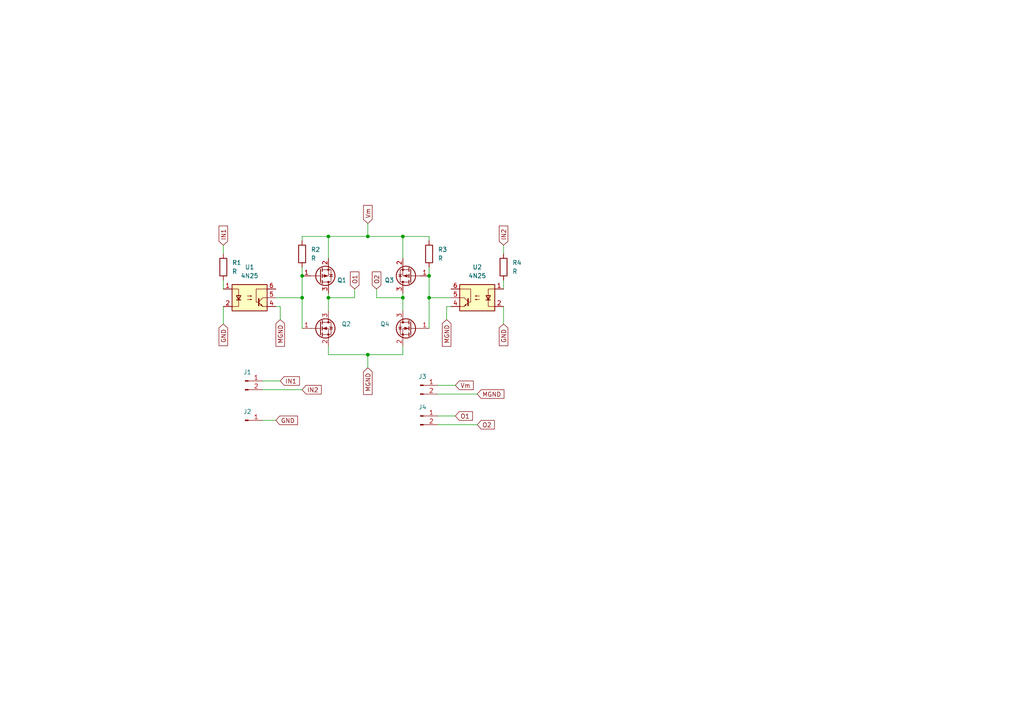
<source format=kicad_sch>
(kicad_sch (version 20211123) (generator eeschema)

  (uuid 7d2b10cf-1a92-41a5-85ab-2a9674cf7d42)

  (paper "A4")

  (lib_symbols
    (symbol "Connector:Conn_01x01_Male" (pin_names (offset 1.016) hide) (in_bom yes) (on_board yes)
      (property "Reference" "J" (id 0) (at 0 2.54 0)
        (effects (font (size 1.27 1.27)))
      )
      (property "Value" "Conn_01x01_Male" (id 1) (at 0 -2.54 0)
        (effects (font (size 1.27 1.27)))
      )
      (property "Footprint" "" (id 2) (at 0 0 0)
        (effects (font (size 1.27 1.27)) hide)
      )
      (property "Datasheet" "~" (id 3) (at 0 0 0)
        (effects (font (size 1.27 1.27)) hide)
      )
      (property "ki_keywords" "connector" (id 4) (at 0 0 0)
        (effects (font (size 1.27 1.27)) hide)
      )
      (property "ki_description" "Generic connector, single row, 01x01, script generated (kicad-library-utils/schlib/autogen/connector/)" (id 5) (at 0 0 0)
        (effects (font (size 1.27 1.27)) hide)
      )
      (property "ki_fp_filters" "Connector*:*" (id 6) (at 0 0 0)
        (effects (font (size 1.27 1.27)) hide)
      )
      (symbol "Conn_01x01_Male_1_1"
        (polyline
          (pts
            (xy 1.27 0)
            (xy 0.8636 0)
          )
          (stroke (width 0.1524) (type default) (color 0 0 0 0))
          (fill (type none))
        )
        (rectangle (start 0.8636 0.127) (end 0 -0.127)
          (stroke (width 0.1524) (type default) (color 0 0 0 0))
          (fill (type outline))
        )
        (pin passive line (at 5.08 0 180) (length 3.81)
          (name "Pin_1" (effects (font (size 1.27 1.27))))
          (number "1" (effects (font (size 1.27 1.27))))
        )
      )
    )
    (symbol "Connector:Conn_01x02_Male" (pin_names (offset 1.016) hide) (in_bom yes) (on_board yes)
      (property "Reference" "J" (id 0) (at 0 2.54 0)
        (effects (font (size 1.27 1.27)))
      )
      (property "Value" "Conn_01x02_Male" (id 1) (at 0 -5.08 0)
        (effects (font (size 1.27 1.27)))
      )
      (property "Footprint" "" (id 2) (at 0 0 0)
        (effects (font (size 1.27 1.27)) hide)
      )
      (property "Datasheet" "~" (id 3) (at 0 0 0)
        (effects (font (size 1.27 1.27)) hide)
      )
      (property "ki_keywords" "connector" (id 4) (at 0 0 0)
        (effects (font (size 1.27 1.27)) hide)
      )
      (property "ki_description" "Generic connector, single row, 01x02, script generated (kicad-library-utils/schlib/autogen/connector/)" (id 5) (at 0 0 0)
        (effects (font (size 1.27 1.27)) hide)
      )
      (property "ki_fp_filters" "Connector*:*_1x??_*" (id 6) (at 0 0 0)
        (effects (font (size 1.27 1.27)) hide)
      )
      (symbol "Conn_01x02_Male_1_1"
        (polyline
          (pts
            (xy 1.27 -2.54)
            (xy 0.8636 -2.54)
          )
          (stroke (width 0.1524) (type default) (color 0 0 0 0))
          (fill (type none))
        )
        (polyline
          (pts
            (xy 1.27 0)
            (xy 0.8636 0)
          )
          (stroke (width 0.1524) (type default) (color 0 0 0 0))
          (fill (type none))
        )
        (rectangle (start 0.8636 -2.413) (end 0 -2.667)
          (stroke (width 0.1524) (type default) (color 0 0 0 0))
          (fill (type outline))
        )
        (rectangle (start 0.8636 0.127) (end 0 -0.127)
          (stroke (width 0.1524) (type default) (color 0 0 0 0))
          (fill (type outline))
        )
        (pin passive line (at 5.08 0 180) (length 3.81)
          (name "Pin_1" (effects (font (size 1.27 1.27))))
          (number "1" (effects (font (size 1.27 1.27))))
        )
        (pin passive line (at 5.08 -2.54 180) (length 3.81)
          (name "Pin_2" (effects (font (size 1.27 1.27))))
          (number "2" (effects (font (size 1.27 1.27))))
        )
      )
    )
    (symbol "Device:R" (pin_numbers hide) (pin_names (offset 0)) (in_bom yes) (on_board yes)
      (property "Reference" "R" (id 0) (at 2.032 0 90)
        (effects (font (size 1.27 1.27)))
      )
      (property "Value" "R" (id 1) (at 0 0 90)
        (effects (font (size 1.27 1.27)))
      )
      (property "Footprint" "" (id 2) (at -1.778 0 90)
        (effects (font (size 1.27 1.27)) hide)
      )
      (property "Datasheet" "~" (id 3) (at 0 0 0)
        (effects (font (size 1.27 1.27)) hide)
      )
      (property "ki_keywords" "R res resistor" (id 4) (at 0 0 0)
        (effects (font (size 1.27 1.27)) hide)
      )
      (property "ki_description" "Resistor" (id 5) (at 0 0 0)
        (effects (font (size 1.27 1.27)) hide)
      )
      (property "ki_fp_filters" "R_*" (id 6) (at 0 0 0)
        (effects (font (size 1.27 1.27)) hide)
      )
      (symbol "R_0_1"
        (rectangle (start -1.016 -2.54) (end 1.016 2.54)
          (stroke (width 0.254) (type default) (color 0 0 0 0))
          (fill (type none))
        )
      )
      (symbol "R_1_1"
        (pin passive line (at 0 3.81 270) (length 1.27)
          (name "~" (effects (font (size 1.27 1.27))))
          (number "1" (effects (font (size 1.27 1.27))))
        )
        (pin passive line (at 0 -3.81 90) (length 1.27)
          (name "~" (effects (font (size 1.27 1.27))))
          (number "2" (effects (font (size 1.27 1.27))))
        )
      )
    )
    (symbol "Isolator:4N25" (pin_names (offset 1.016)) (in_bom yes) (on_board yes)
      (property "Reference" "U" (id 0) (at -5.08 5.08 0)
        (effects (font (size 1.27 1.27)) (justify left))
      )
      (property "Value" "4N25" (id 1) (at 0 5.08 0)
        (effects (font (size 1.27 1.27)) (justify left))
      )
      (property "Footprint" "Package_DIP:DIP-6_W7.62mm" (id 2) (at -5.08 -5.08 0)
        (effects (font (size 1.27 1.27) italic) (justify left) hide)
      )
      (property "Datasheet" "https://www.vishay.com/docs/83725/4n25.pdf" (id 3) (at 0 0 0)
        (effects (font (size 1.27 1.27)) (justify left) hide)
      )
      (property "ki_keywords" "NPN DC Optocoupler Base Connected" (id 4) (at 0 0 0)
        (effects (font (size 1.27 1.27)) hide)
      )
      (property "ki_description" "DC Optocoupler Base Connected, Vce 30V, CTR 20%, Viso 2500V, DIP6" (id 5) (at 0 0 0)
        (effects (font (size 1.27 1.27)) hide)
      )
      (property "ki_fp_filters" "DIP*W7.62mm*" (id 6) (at 0 0 0)
        (effects (font (size 1.27 1.27)) hide)
      )
      (symbol "4N25_0_1"
        (rectangle (start -5.08 3.81) (end 5.08 -3.81)
          (stroke (width 0.254) (type default) (color 0 0 0 0))
          (fill (type background))
        )
        (polyline
          (pts
            (xy -3.81 -0.635)
            (xy -2.54 -0.635)
          )
          (stroke (width 0.254) (type default) (color 0 0 0 0))
          (fill (type none))
        )
        (polyline
          (pts
            (xy 2.667 -1.397)
            (xy 3.81 -2.54)
          )
          (stroke (width 0) (type default) (color 0 0 0 0))
          (fill (type none))
        )
        (polyline
          (pts
            (xy 2.667 -1.143)
            (xy 3.81 0)
          )
          (stroke (width 0) (type default) (color 0 0 0 0))
          (fill (type none))
        )
        (polyline
          (pts
            (xy 3.81 -2.54)
            (xy 5.08 -2.54)
          )
          (stroke (width 0) (type default) (color 0 0 0 0))
          (fill (type none))
        )
        (polyline
          (pts
            (xy 3.81 0)
            (xy 5.08 0)
          )
          (stroke (width 0) (type default) (color 0 0 0 0))
          (fill (type none))
        )
        (polyline
          (pts
            (xy 2.667 -0.254)
            (xy 2.667 -2.286)
            (xy 2.667 -2.286)
          )
          (stroke (width 0.3556) (type default) (color 0 0 0 0))
          (fill (type none))
        )
        (polyline
          (pts
            (xy -5.08 -2.54)
            (xy -3.175 -2.54)
            (xy -3.175 2.54)
            (xy -5.08 2.54)
          )
          (stroke (width 0) (type default) (color 0 0 0 0))
          (fill (type none))
        )
        (polyline
          (pts
            (xy -3.175 -0.635)
            (xy -3.81 0.635)
            (xy -2.54 0.635)
            (xy -3.175 -0.635)
          )
          (stroke (width 0.254) (type default) (color 0 0 0 0))
          (fill (type none))
        )
        (polyline
          (pts
            (xy 3.683 -2.413)
            (xy 3.429 -1.905)
            (xy 3.175 -2.159)
            (xy 3.683 -2.413)
          )
          (stroke (width 0) (type default) (color 0 0 0 0))
          (fill (type none))
        )
        (polyline
          (pts
            (xy 5.08 2.54)
            (xy 1.905 2.54)
            (xy 1.905 -1.27)
            (xy 2.54 -1.27)
          )
          (stroke (width 0) (type default) (color 0 0 0 0))
          (fill (type none))
        )
        (polyline
          (pts
            (xy -0.635 -0.508)
            (xy 0.635 -0.508)
            (xy 0.254 -0.635)
            (xy 0.254 -0.381)
            (xy 0.635 -0.508)
          )
          (stroke (width 0) (type default) (color 0 0 0 0))
          (fill (type none))
        )
        (polyline
          (pts
            (xy -0.635 0.508)
            (xy 0.635 0.508)
            (xy 0.254 0.381)
            (xy 0.254 0.635)
            (xy 0.635 0.508)
          )
          (stroke (width 0) (type default) (color 0 0 0 0))
          (fill (type none))
        )
      )
      (symbol "4N25_1_1"
        (pin passive line (at -7.62 2.54 0) (length 2.54)
          (name "~" (effects (font (size 1.27 1.27))))
          (number "1" (effects (font (size 1.27 1.27))))
        )
        (pin passive line (at -7.62 -2.54 0) (length 2.54)
          (name "~" (effects (font (size 1.27 1.27))))
          (number "2" (effects (font (size 1.27 1.27))))
        )
        (pin no_connect line (at -5.08 0 0) (length 2.54) hide
          (name "NC" (effects (font (size 1.27 1.27))))
          (number "3" (effects (font (size 1.27 1.27))))
        )
        (pin passive line (at 7.62 -2.54 180) (length 2.54)
          (name "~" (effects (font (size 1.27 1.27))))
          (number "4" (effects (font (size 1.27 1.27))))
        )
        (pin passive line (at 7.62 0 180) (length 2.54)
          (name "~" (effects (font (size 1.27 1.27))))
          (number "5" (effects (font (size 1.27 1.27))))
        )
        (pin passive line (at 7.62 2.54 180) (length 2.54)
          (name "~" (effects (font (size 1.27 1.27))))
          (number "6" (effects (font (size 1.27 1.27))))
        )
      )
    )
    (symbol "Transistor_FET:AO3401A" (pin_names hide) (in_bom yes) (on_board yes)
      (property "Reference" "Q" (id 0) (at 5.08 1.905 0)
        (effects (font (size 1.27 1.27)) (justify left))
      )
      (property "Value" "AO3401A" (id 1) (at 5.08 0 0)
        (effects (font (size 1.27 1.27)) (justify left))
      )
      (property "Footprint" "Package_TO_SOT_SMD:SOT-23" (id 2) (at 5.08 -1.905 0)
        (effects (font (size 1.27 1.27) italic) (justify left) hide)
      )
      (property "Datasheet" "http://www.aosmd.com/pdfs/datasheet/AO3401A.pdf" (id 3) (at 0 0 0)
        (effects (font (size 1.27 1.27)) (justify left) hide)
      )
      (property "ki_keywords" "P-Channel MOSFET" (id 4) (at 0 0 0)
        (effects (font (size 1.27 1.27)) hide)
      )
      (property "ki_description" "-4.0A Id, -30V Vds, P-Channel MOSFET, SOT-23" (id 5) (at 0 0 0)
        (effects (font (size 1.27 1.27)) hide)
      )
      (property "ki_fp_filters" "SOT?23*" (id 6) (at 0 0 0)
        (effects (font (size 1.27 1.27)) hide)
      )
      (symbol "AO3401A_0_1"
        (polyline
          (pts
            (xy 0.254 0)
            (xy -2.54 0)
          )
          (stroke (width 0) (type default) (color 0 0 0 0))
          (fill (type none))
        )
        (polyline
          (pts
            (xy 0.254 1.905)
            (xy 0.254 -1.905)
          )
          (stroke (width 0.254) (type default) (color 0 0 0 0))
          (fill (type none))
        )
        (polyline
          (pts
            (xy 0.762 -1.27)
            (xy 0.762 -2.286)
          )
          (stroke (width 0.254) (type default) (color 0 0 0 0))
          (fill (type none))
        )
        (polyline
          (pts
            (xy 0.762 0.508)
            (xy 0.762 -0.508)
          )
          (stroke (width 0.254) (type default) (color 0 0 0 0))
          (fill (type none))
        )
        (polyline
          (pts
            (xy 0.762 2.286)
            (xy 0.762 1.27)
          )
          (stroke (width 0.254) (type default) (color 0 0 0 0))
          (fill (type none))
        )
        (polyline
          (pts
            (xy 2.54 2.54)
            (xy 2.54 1.778)
          )
          (stroke (width 0) (type default) (color 0 0 0 0))
          (fill (type none))
        )
        (polyline
          (pts
            (xy 2.54 -2.54)
            (xy 2.54 0)
            (xy 0.762 0)
          )
          (stroke (width 0) (type default) (color 0 0 0 0))
          (fill (type none))
        )
        (polyline
          (pts
            (xy 0.762 1.778)
            (xy 3.302 1.778)
            (xy 3.302 -1.778)
            (xy 0.762 -1.778)
          )
          (stroke (width 0) (type default) (color 0 0 0 0))
          (fill (type none))
        )
        (polyline
          (pts
            (xy 2.286 0)
            (xy 1.27 0.381)
            (xy 1.27 -0.381)
            (xy 2.286 0)
          )
          (stroke (width 0) (type default) (color 0 0 0 0))
          (fill (type outline))
        )
        (polyline
          (pts
            (xy 2.794 -0.508)
            (xy 2.921 -0.381)
            (xy 3.683 -0.381)
            (xy 3.81 -0.254)
          )
          (stroke (width 0) (type default) (color 0 0 0 0))
          (fill (type none))
        )
        (polyline
          (pts
            (xy 3.302 -0.381)
            (xy 2.921 0.254)
            (xy 3.683 0.254)
            (xy 3.302 -0.381)
          )
          (stroke (width 0) (type default) (color 0 0 0 0))
          (fill (type none))
        )
        (circle (center 1.651 0) (radius 2.794)
          (stroke (width 0.254) (type default) (color 0 0 0 0))
          (fill (type none))
        )
        (circle (center 2.54 -1.778) (radius 0.254)
          (stroke (width 0) (type default) (color 0 0 0 0))
          (fill (type outline))
        )
        (circle (center 2.54 1.778) (radius 0.254)
          (stroke (width 0) (type default) (color 0 0 0 0))
          (fill (type outline))
        )
      )
      (symbol "AO3401A_1_1"
        (pin input line (at -5.08 0 0) (length 2.54)
          (name "G" (effects (font (size 1.27 1.27))))
          (number "1" (effects (font (size 1.27 1.27))))
        )
        (pin passive line (at 2.54 -5.08 90) (length 2.54)
          (name "S" (effects (font (size 1.27 1.27))))
          (number "2" (effects (font (size 1.27 1.27))))
        )
        (pin passive line (at 2.54 5.08 270) (length 2.54)
          (name "D" (effects (font (size 1.27 1.27))))
          (number "3" (effects (font (size 1.27 1.27))))
        )
      )
    )
    (symbol "Transistor_FET:IRLML0030" (pin_names hide) (in_bom yes) (on_board yes)
      (property "Reference" "Q" (id 0) (at 5.08 1.905 0)
        (effects (font (size 1.27 1.27)) (justify left))
      )
      (property "Value" "IRLML0030" (id 1) (at 5.08 0 0)
        (effects (font (size 1.27 1.27)) (justify left))
      )
      (property "Footprint" "Package_TO_SOT_SMD:SOT-23" (id 2) (at 5.08 -1.905 0)
        (effects (font (size 1.27 1.27) italic) (justify left) hide)
      )
      (property "Datasheet" "https://www.infineon.com/dgdl/irlml0030pbf.pdf?fileId=5546d462533600a401535664773825df" (id 3) (at 0 0 0)
        (effects (font (size 1.27 1.27)) (justify left) hide)
      )
      (property "ki_keywords" "N-Channel HEXFET MOSFET Logic-Level" (id 4) (at 0 0 0)
        (effects (font (size 1.27 1.27)) hide)
      )
      (property "ki_description" "5.3A Id, 30V Vds, 27mOhm Rds, N-Channel HEXFET Power MOSFET, SOT-23" (id 5) (at 0 0 0)
        (effects (font (size 1.27 1.27)) hide)
      )
      (property "ki_fp_filters" "SOT?23*" (id 6) (at 0 0 0)
        (effects (font (size 1.27 1.27)) hide)
      )
      (symbol "IRLML0030_0_1"
        (polyline
          (pts
            (xy 0.254 0)
            (xy -2.54 0)
          )
          (stroke (width 0) (type default) (color 0 0 0 0))
          (fill (type none))
        )
        (polyline
          (pts
            (xy 0.254 1.905)
            (xy 0.254 -1.905)
          )
          (stroke (width 0.254) (type default) (color 0 0 0 0))
          (fill (type none))
        )
        (polyline
          (pts
            (xy 0.762 -1.27)
            (xy 0.762 -2.286)
          )
          (stroke (width 0.254) (type default) (color 0 0 0 0))
          (fill (type none))
        )
        (polyline
          (pts
            (xy 0.762 0.508)
            (xy 0.762 -0.508)
          )
          (stroke (width 0.254) (type default) (color 0 0 0 0))
          (fill (type none))
        )
        (polyline
          (pts
            (xy 0.762 2.286)
            (xy 0.762 1.27)
          )
          (stroke (width 0.254) (type default) (color 0 0 0 0))
          (fill (type none))
        )
        (polyline
          (pts
            (xy 2.54 2.54)
            (xy 2.54 1.778)
          )
          (stroke (width 0) (type default) (color 0 0 0 0))
          (fill (type none))
        )
        (polyline
          (pts
            (xy 2.54 -2.54)
            (xy 2.54 0)
            (xy 0.762 0)
          )
          (stroke (width 0) (type default) (color 0 0 0 0))
          (fill (type none))
        )
        (polyline
          (pts
            (xy 0.762 -1.778)
            (xy 3.302 -1.778)
            (xy 3.302 1.778)
            (xy 0.762 1.778)
          )
          (stroke (width 0) (type default) (color 0 0 0 0))
          (fill (type none))
        )
        (polyline
          (pts
            (xy 1.016 0)
            (xy 2.032 0.381)
            (xy 2.032 -0.381)
            (xy 1.016 0)
          )
          (stroke (width 0) (type default) (color 0 0 0 0))
          (fill (type outline))
        )
        (polyline
          (pts
            (xy 2.794 0.508)
            (xy 2.921 0.381)
            (xy 3.683 0.381)
            (xy 3.81 0.254)
          )
          (stroke (width 0) (type default) (color 0 0 0 0))
          (fill (type none))
        )
        (polyline
          (pts
            (xy 3.302 0.381)
            (xy 2.921 -0.254)
            (xy 3.683 -0.254)
            (xy 3.302 0.381)
          )
          (stroke (width 0) (type default) (color 0 0 0 0))
          (fill (type none))
        )
        (circle (center 1.651 0) (radius 2.794)
          (stroke (width 0.254) (type default) (color 0 0 0 0))
          (fill (type none))
        )
        (circle (center 2.54 -1.778) (radius 0.254)
          (stroke (width 0) (type default) (color 0 0 0 0))
          (fill (type outline))
        )
        (circle (center 2.54 1.778) (radius 0.254)
          (stroke (width 0) (type default) (color 0 0 0 0))
          (fill (type outline))
        )
      )
      (symbol "IRLML0030_1_1"
        (pin input line (at -5.08 0 0) (length 2.54)
          (name "G" (effects (font (size 1.27 1.27))))
          (number "1" (effects (font (size 1.27 1.27))))
        )
        (pin passive line (at 2.54 -5.08 90) (length 2.54)
          (name "S" (effects (font (size 1.27 1.27))))
          (number "2" (effects (font (size 1.27 1.27))))
        )
        (pin passive line (at 2.54 5.08 270) (length 2.54)
          (name "D" (effects (font (size 1.27 1.27))))
          (number "3" (effects (font (size 1.27 1.27))))
        )
      )
    )
  )


  (junction (at 87.63 86.36) (diameter 0) (color 0 0 0 0)
    (uuid 0175446d-a4ce-4e88-a4c3-335f725a5083)
  )
  (junction (at 95.25 86.36) (diameter 0) (color 0 0 0 0)
    (uuid 038765b3-fccb-47c3-9dee-0ba84a7bb49f)
  )
  (junction (at 116.84 86.36) (diameter 0) (color 0 0 0 0)
    (uuid 42628786-dda4-4954-b2f2-82152cc7cded)
  )
  (junction (at 106.68 102.87) (diameter 0) (color 0 0 0 0)
    (uuid 4745fae6-a2e4-4ca7-a2a6-df290e767b82)
  )
  (junction (at 124.46 80.01) (diameter 0) (color 0 0 0 0)
    (uuid 93fbd1bf-3962-401b-828e-a5ea9fb84d13)
  )
  (junction (at 106.68 68.58) (diameter 0) (color 0 0 0 0)
    (uuid b695e862-43a1-4ac1-8b32-4a415e70f63b)
  )
  (junction (at 124.46 86.36) (diameter 0) (color 0 0 0 0)
    (uuid be2d6b86-2396-4adb-b64f-96283b7d1a66)
  )
  (junction (at 95.25 68.58) (diameter 0) (color 0 0 0 0)
    (uuid d7a3397c-cf55-48f9-82b7-8ebca524b303)
  )
  (junction (at 87.63 80.01) (diameter 0) (color 0 0 0 0)
    (uuid f4628d83-d375-47ae-859c-2a62f4a62963)
  )
  (junction (at 116.84 68.58) (diameter 0) (color 0 0 0 0)
    (uuid f748a631-5281-46b1-8d7c-fc6a0dc4ca4d)
  )

  (wire (pts (xy 102.87 86.36) (xy 95.25 86.36))
    (stroke (width 0) (type default) (color 0 0 0 0))
    (uuid 001ecfa4-443c-48da-91a4-f79af973e31d)
  )
  (wire (pts (xy 106.68 102.87) (xy 106.68 106.68))
    (stroke (width 0) (type default) (color 0 0 0 0))
    (uuid 091f7bac-8347-4829-8e71-23cb69543175)
  )
  (wire (pts (xy 124.46 77.47) (xy 124.46 80.01))
    (stroke (width 0) (type default) (color 0 0 0 0))
    (uuid 0aa97f1b-4727-4573-a1c2-4e8499366a9e)
  )
  (wire (pts (xy 124.46 80.01) (xy 124.46 86.36))
    (stroke (width 0) (type default) (color 0 0 0 0))
    (uuid 0de78d41-d08e-447b-814a-9d2e4661ae28)
  )
  (wire (pts (xy 76.2 113.03) (xy 87.63 113.03))
    (stroke (width 0) (type default) (color 0 0 0 0))
    (uuid 0e291dc1-de0b-4bbc-b4bd-494db013bfbd)
  )
  (wire (pts (xy 124.46 86.36) (xy 130.81 86.36))
    (stroke (width 0) (type default) (color 0 0 0 0))
    (uuid 0eb5fdbc-87c3-4943-9840-31a4bd863baa)
  )
  (wire (pts (xy 64.77 81.28) (xy 64.77 83.82))
    (stroke (width 0) (type default) (color 0 0 0 0))
    (uuid 0fe0b2bc-e6a4-4438-aa6e-d49bfd101c37)
  )
  (wire (pts (xy 106.68 68.58) (xy 116.84 68.58))
    (stroke (width 0) (type default) (color 0 0 0 0))
    (uuid 15f12c09-a111-4fb9-9a95-ff55747f83c7)
  )
  (wire (pts (xy 109.22 83.82) (xy 109.22 86.36))
    (stroke (width 0) (type default) (color 0 0 0 0))
    (uuid 1e7b620f-26e0-4c26-9d38-35998fdf09d5)
  )
  (wire (pts (xy 116.84 102.87) (xy 116.84 100.33))
    (stroke (width 0) (type default) (color 0 0 0 0))
    (uuid 204ac5eb-bcdd-4e0d-9997-204c5365bf4d)
  )
  (wire (pts (xy 129.54 88.9) (xy 129.54 92.71))
    (stroke (width 0) (type default) (color 0 0 0 0))
    (uuid 210c3d26-dc86-4b34-a092-8d8fe1a95f14)
  )
  (wire (pts (xy 124.46 68.58) (xy 116.84 68.58))
    (stroke (width 0) (type default) (color 0 0 0 0))
    (uuid 25642ba7-fa7d-4203-a309-721b8f218576)
  )
  (wire (pts (xy 130.81 88.9) (xy 129.54 88.9))
    (stroke (width 0) (type default) (color 0 0 0 0))
    (uuid 2a64ab4d-7d93-483a-9297-4f5007add9b8)
  )
  (wire (pts (xy 95.25 100.33) (xy 95.25 102.87))
    (stroke (width 0) (type default) (color 0 0 0 0))
    (uuid 2f2bf961-04f0-4f1c-9794-7ebc87227397)
  )
  (wire (pts (xy 87.63 77.47) (xy 87.63 80.01))
    (stroke (width 0) (type default) (color 0 0 0 0))
    (uuid 3452dd3c-a8bb-469b-8771-bab784ac46d8)
  )
  (wire (pts (xy 95.25 102.87) (xy 106.68 102.87))
    (stroke (width 0) (type default) (color 0 0 0 0))
    (uuid 41e0e5d9-7b20-4d07-92a4-dc4a42d7aa7e)
  )
  (wire (pts (xy 146.05 88.9) (xy 146.05 93.98))
    (stroke (width 0) (type default) (color 0 0 0 0))
    (uuid 4360e5d5-ee0f-4e47-b360-ad6301945153)
  )
  (wire (pts (xy 124.46 86.36) (xy 124.46 95.25))
    (stroke (width 0) (type default) (color 0 0 0 0))
    (uuid 46be264d-4f25-4026-815e-0c678f38f05b)
  )
  (wire (pts (xy 95.25 68.58) (xy 106.68 68.58))
    (stroke (width 0) (type default) (color 0 0 0 0))
    (uuid 4929186f-34c1-4b05-83fb-8f6c3276bf84)
  )
  (wire (pts (xy 109.22 86.36) (xy 116.84 86.36))
    (stroke (width 0) (type default) (color 0 0 0 0))
    (uuid 4ac35f27-0656-4a03-9ce9-b0ca927f98e1)
  )
  (wire (pts (xy 95.25 85.09) (xy 95.25 86.36))
    (stroke (width 0) (type default) (color 0 0 0 0))
    (uuid 4ea7c1e7-a0d6-43a6-acb2-fddd45cb05d5)
  )
  (wire (pts (xy 87.63 86.36) (xy 87.63 95.25))
    (stroke (width 0) (type default) (color 0 0 0 0))
    (uuid 515b5404-a2b7-4aab-ace5-596bbb7aec97)
  )
  (wire (pts (xy 81.28 88.9) (xy 81.28 92.71))
    (stroke (width 0) (type default) (color 0 0 0 0))
    (uuid 59bca5ed-2cfe-4037-a6f5-0648ea18287d)
  )
  (wire (pts (xy 80.01 86.36) (xy 87.63 86.36))
    (stroke (width 0) (type default) (color 0 0 0 0))
    (uuid 6fed237a-c082-4526-833a-18ef4bc45175)
  )
  (wire (pts (xy 127 120.65) (xy 132.08 120.65))
    (stroke (width 0) (type default) (color 0 0 0 0))
    (uuid 70a38b50-0387-447d-8b57-d2093b3f761e)
  )
  (wire (pts (xy 95.25 86.36) (xy 95.25 90.17))
    (stroke (width 0) (type default) (color 0 0 0 0))
    (uuid 7458560b-bc81-4141-abbb-46508baf9f84)
  )
  (wire (pts (xy 127 111.76) (xy 132.08 111.76))
    (stroke (width 0) (type default) (color 0 0 0 0))
    (uuid 7879fd01-d78c-49b2-a27c-dd6a1ba9314d)
  )
  (wire (pts (xy 106.68 102.87) (xy 116.84 102.87))
    (stroke (width 0) (type default) (color 0 0 0 0))
    (uuid 7bcf8173-a128-40f9-99c0-c3493d16602b)
  )
  (wire (pts (xy 124.46 69.85) (xy 124.46 68.58))
    (stroke (width 0) (type default) (color 0 0 0 0))
    (uuid 8a582982-c52e-4a3c-864c-80288bfce2df)
  )
  (wire (pts (xy 116.84 86.36) (xy 116.84 90.17))
    (stroke (width 0) (type default) (color 0 0 0 0))
    (uuid 8d7868fd-a0ad-46bb-825d-f599e6221bfe)
  )
  (wire (pts (xy 64.77 71.12) (xy 64.77 73.66))
    (stroke (width 0) (type default) (color 0 0 0 0))
    (uuid 8e41d53d-20ea-4180-8dba-c768a3ca0da0)
  )
  (wire (pts (xy 87.63 69.85) (xy 87.63 68.58))
    (stroke (width 0) (type default) (color 0 0 0 0))
    (uuid 8f05496a-0e79-4b3e-b357-0a3279d5cfba)
  )
  (wire (pts (xy 76.2 121.92) (xy 80.01 121.92))
    (stroke (width 0) (type default) (color 0 0 0 0))
    (uuid 8f149b16-4379-41cc-960f-f276685aac1b)
  )
  (wire (pts (xy 146.05 81.28) (xy 146.05 83.82))
    (stroke (width 0) (type default) (color 0 0 0 0))
    (uuid 9a5639e2-7fa6-45f3-acd8-d30f645f8560)
  )
  (wire (pts (xy 116.84 68.58) (xy 116.84 74.93))
    (stroke (width 0) (type default) (color 0 0 0 0))
    (uuid a2868105-e91b-4e7b-accf-432569e2f171)
  )
  (wire (pts (xy 127 123.19) (xy 138.43 123.19))
    (stroke (width 0) (type default) (color 0 0 0 0))
    (uuid ac061243-1958-4944-8561-9f1e2bba1904)
  )
  (wire (pts (xy 102.87 83.82) (xy 102.87 86.36))
    (stroke (width 0) (type default) (color 0 0 0 0))
    (uuid c02a8235-66f8-43e7-b901-f35f6f0eeb54)
  )
  (wire (pts (xy 76.2 110.49) (xy 81.28 110.49))
    (stroke (width 0) (type default) (color 0 0 0 0))
    (uuid c051de57-db37-4921-857d-7f3a2405f687)
  )
  (wire (pts (xy 80.01 88.9) (xy 81.28 88.9))
    (stroke (width 0) (type default) (color 0 0 0 0))
    (uuid c4be9603-3d2f-4b5d-bb3c-7a7ced253b23)
  )
  (wire (pts (xy 95.25 74.93) (xy 95.25 68.58))
    (stroke (width 0) (type default) (color 0 0 0 0))
    (uuid cadd7246-a010-4fed-b4c0-b40ad7366e5a)
  )
  (wire (pts (xy 127 114.3) (xy 138.43 114.3))
    (stroke (width 0) (type default) (color 0 0 0 0))
    (uuid cfb7f0f6-a749-4585-8edd-55885f187b9b)
  )
  (wire (pts (xy 64.77 88.9) (xy 64.77 93.98))
    (stroke (width 0) (type default) (color 0 0 0 0))
    (uuid d0ded03d-9820-449c-bfdb-a2f48e0609e7)
  )
  (wire (pts (xy 87.63 68.58) (xy 95.25 68.58))
    (stroke (width 0) (type default) (color 0 0 0 0))
    (uuid d3bc890f-989d-476f-85a1-6615a5bd7f1b)
  )
  (wire (pts (xy 87.63 80.01) (xy 87.63 86.36))
    (stroke (width 0) (type default) (color 0 0 0 0))
    (uuid da160f2a-47d9-459b-9d03-b846327c47fb)
  )
  (wire (pts (xy 106.68 64.77) (xy 106.68 68.58))
    (stroke (width 0) (type default) (color 0 0 0 0))
    (uuid e1dc01c2-a9be-4022-8229-15a80e2729ce)
  )
  (wire (pts (xy 116.84 85.09) (xy 116.84 86.36))
    (stroke (width 0) (type default) (color 0 0 0 0))
    (uuid e2d9b186-efeb-457f-9b20-fcb091791470)
  )
  (wire (pts (xy 146.05 71.12) (xy 146.05 73.66))
    (stroke (width 0) (type default) (color 0 0 0 0))
    (uuid e354b0e4-7caf-499b-a441-cad7220865ac)
  )

  (global_label "IN1" (shape input) (at 64.77 71.12 90) (fields_autoplaced)
    (effects (font (size 1.27 1.27)) (justify left))
    (uuid 131a021b-84d6-4abf-a8e9-9a00cb601926)
    (property "Intersheet References" "${INTERSHEET_REFS}" (id 0) (at 64.6906 65.5621 90)
      (effects (font (size 1.27 1.27)) (justify left) hide)
    )
  )
  (global_label "Vm" (shape input) (at 132.08 111.76 0) (fields_autoplaced)
    (effects (font (size 1.27 1.27)) (justify left))
    (uuid 22b2bcbb-5410-422b-947c-6009ba89896b)
    (property "Intersheet References" "${INTERSHEET_REFS}" (id 0) (at 137.275 111.6806 0)
      (effects (font (size 1.27 1.27)) (justify left) hide)
    )
  )
  (global_label "MGND" (shape input) (at 106.68 106.68 270) (fields_autoplaced)
    (effects (font (size 1.27 1.27)) (justify right))
    (uuid 261dfb97-f21d-415a-9456-b87f6318bdf9)
    (property "Intersheet References" "${INTERSHEET_REFS}" (id 0) (at 106.6006 114.415 90)
      (effects (font (size 1.27 1.27)) (justify right) hide)
    )
  )
  (global_label "MGND" (shape input) (at 129.54 92.71 270) (fields_autoplaced)
    (effects (font (size 1.27 1.27)) (justify right))
    (uuid 2a332558-30da-4a98-8450-878d42a92841)
    (property "Intersheet References" "${INTERSHEET_REFS}" (id 0) (at 129.4606 100.445 90)
      (effects (font (size 1.27 1.27)) (justify right) hide)
    )
  )
  (global_label "O1" (shape input) (at 102.87 83.82 90) (fields_autoplaced)
    (effects (font (size 1.27 1.27)) (justify left))
    (uuid 3e2f5de5-4408-43b6-9664-84935fb116e3)
    (property "Intersheet References" "${INTERSHEET_REFS}" (id 0) (at 102.7906 78.8669 90)
      (effects (font (size 1.27 1.27)) (justify left) hide)
    )
  )
  (global_label "O2" (shape input) (at 109.22 83.82 90) (fields_autoplaced)
    (effects (font (size 1.27 1.27)) (justify left))
    (uuid 6425d1c2-cc3a-4ef0-90ff-26251a896423)
    (property "Intersheet References" "${INTERSHEET_REFS}" (id 0) (at 109.1406 78.8669 90)
      (effects (font (size 1.27 1.27)) (justify left) hide)
    )
  )
  (global_label "GND" (shape input) (at 146.05 93.98 270) (fields_autoplaced)
    (effects (font (size 1.27 1.27)) (justify right))
    (uuid 7777aeec-eb12-42b3-bcff-02c6b57a38eb)
    (property "Intersheet References" "${INTERSHEET_REFS}" (id 0) (at 145.9706 100.2636 90)
      (effects (font (size 1.27 1.27)) (justify right) hide)
    )
  )
  (global_label "O2" (shape input) (at 138.43 123.19 0) (fields_autoplaced)
    (effects (font (size 1.27 1.27)) (justify left))
    (uuid 79637d6f-8a45-46e5-bdc7-21a063b1bb68)
    (property "Intersheet References" "${INTERSHEET_REFS}" (id 0) (at 143.3831 123.1106 0)
      (effects (font (size 1.27 1.27)) (justify left) hide)
    )
  )
  (global_label "Vm" (shape input) (at 106.68 64.77 90) (fields_autoplaced)
    (effects (font (size 1.27 1.27)) (justify left))
    (uuid 7f1fd442-c40b-4dcd-8b26-ef9b42281507)
    (property "Intersheet References" "${INTERSHEET_REFS}" (id 0) (at 106.6006 59.575 90)
      (effects (font (size 1.27 1.27)) (justify left) hide)
    )
  )
  (global_label "MGND" (shape input) (at 81.28 92.71 270) (fields_autoplaced)
    (effects (font (size 1.27 1.27)) (justify right))
    (uuid 92dbb097-c523-48d1-b2d3-5abfc2cd07dd)
    (property "Intersheet References" "${INTERSHEET_REFS}" (id 0) (at 81.2006 100.445 90)
      (effects (font (size 1.27 1.27)) (justify right) hide)
    )
  )
  (global_label "IN1" (shape input) (at 81.28 110.49 0) (fields_autoplaced)
    (effects (font (size 1.27 1.27)) (justify left))
    (uuid a1f34326-dbc0-4464-b814-cf0313e5c64c)
    (property "Intersheet References" "${INTERSHEET_REFS}" (id 0) (at 86.8379 110.4106 0)
      (effects (font (size 1.27 1.27)) (justify left) hide)
    )
  )
  (global_label "GND" (shape input) (at 64.77 93.98 270) (fields_autoplaced)
    (effects (font (size 1.27 1.27)) (justify right))
    (uuid a29e66a4-be58-4e62-bbab-d84e6e95ee09)
    (property "Intersheet References" "${INTERSHEET_REFS}" (id 0) (at 64.6906 100.2636 90)
      (effects (font (size 1.27 1.27)) (justify right) hide)
    )
  )
  (global_label "IN2" (shape input) (at 146.05 71.12 90) (fields_autoplaced)
    (effects (font (size 1.27 1.27)) (justify left))
    (uuid a6ce69f9-d4e1-404f-bdb6-bb18762458e8)
    (property "Intersheet References" "${INTERSHEET_REFS}" (id 0) (at 145.9706 65.5621 90)
      (effects (font (size 1.27 1.27)) (justify left) hide)
    )
  )
  (global_label "MGND" (shape input) (at 138.43 114.3 0) (fields_autoplaced)
    (effects (font (size 1.27 1.27)) (justify left))
    (uuid ae7c51e7-e412-49e0-9b4b-0ec0ecca6da6)
    (property "Intersheet References" "${INTERSHEET_REFS}" (id 0) (at 146.165 114.3794 0)
      (effects (font (size 1.27 1.27)) (justify left) hide)
    )
  )
  (global_label "GND" (shape input) (at 80.01 121.92 0) (fields_autoplaced)
    (effects (font (size 1.27 1.27)) (justify left))
    (uuid be9184e1-28a7-4943-bd7d-68f449a68b50)
    (property "Intersheet References" "${INTERSHEET_REFS}" (id 0) (at 86.2936 121.9994 0)
      (effects (font (size 1.27 1.27)) (justify left) hide)
    )
  )
  (global_label "IN2" (shape input) (at 87.63 113.03 0) (fields_autoplaced)
    (effects (font (size 1.27 1.27)) (justify left))
    (uuid e366511f-ec69-4aa1-9299-68976311079f)
    (property "Intersheet References" "${INTERSHEET_REFS}" (id 0) (at 93.1879 112.9506 0)
      (effects (font (size 1.27 1.27)) (justify left) hide)
    )
  )
  (global_label "O1" (shape input) (at 132.08 120.65 0) (fields_autoplaced)
    (effects (font (size 1.27 1.27)) (justify left))
    (uuid fc5981d8-7bdf-42b9-ab78-ba8b95b8e618)
    (property "Intersheet References" "${INTERSHEET_REFS}" (id 0) (at 137.0331 120.5706 0)
      (effects (font (size 1.27 1.27)) (justify left) hide)
    )
  )

  (symbol (lib_id "Transistor_FET:IRLML0030") (at 119.38 95.25 0) (mirror y) (unit 1)
    (in_bom yes) (on_board yes) (fields_autoplaced)
    (uuid 031a1098-b47d-436f-9f51-1c6fe251b18f)
    (property "Reference" "Q4" (id 0) (at 113.03 93.9799 0)
      (effects (font (size 1.27 1.27)) (justify left))
    )
    (property "Value" "IRLML0030" (id 1) (at 113.03 96.5199 0)
      (effects (font (size 1.27 1.27)) (justify left) hide)
    )
    (property "Footprint" "Package_TO_SOT_SMD:SOT-23" (id 2) (at 114.3 97.155 0)
      (effects (font (size 1.27 1.27) italic) (justify left) hide)
    )
    (property "Datasheet" "https://www.infineon.com/dgdl/irlml0030pbf.pdf?fileId=5546d462533600a401535664773825df" (id 3) (at 119.38 95.25 0)
      (effects (font (size 1.27 1.27)) (justify left) hide)
    )
    (pin "1" (uuid 3e5c3ad1-7738-4157-9d39-34e77e6c341b))
    (pin "2" (uuid 72ccab72-77f4-4a3e-8010-8aca332f3b7b))
    (pin "3" (uuid f5d8d9a9-3e7c-467b-9fb6-b2cf6e182450))
  )

  (symbol (lib_id "Device:R") (at 124.46 73.66 0) (unit 1)
    (in_bom yes) (on_board yes) (fields_autoplaced)
    (uuid 248edcee-072f-41dc-98a8-a7aae1de0222)
    (property "Reference" "R3" (id 0) (at 127 72.3899 0)
      (effects (font (size 1.27 1.27)) (justify left))
    )
    (property "Value" "R" (id 1) (at 127 74.9299 0)
      (effects (font (size 1.27 1.27)) (justify left))
    )
    (property "Footprint" "Resistor_SMD:R_0805_2012Metric_Pad1.20x1.40mm_HandSolder" (id 2) (at 122.682 73.66 90)
      (effects (font (size 1.27 1.27)) hide)
    )
    (property "Datasheet" "~" (id 3) (at 124.46 73.66 0)
      (effects (font (size 1.27 1.27)) hide)
    )
    (pin "1" (uuid 760e5931-d3e2-4a3a-bf2e-ddedccc9d179))
    (pin "2" (uuid 815a21e3-82de-4899-9e47-2473ee76fd04))
  )

  (symbol (lib_id "Connector:Conn_01x02_Male") (at 71.12 110.49 0) (unit 1)
    (in_bom yes) (on_board yes) (fields_autoplaced)
    (uuid 264aeb8b-2daa-4226-9013-7d6fafefba56)
    (property "Reference" "J1" (id 0) (at 71.755 107.95 0))
    (property "Value" "Conn_01x02_Male" (id 1) (at 71.755 107.95 0)
      (effects (font (size 1.27 1.27)) hide)
    )
    (property "Footprint" "Connector_PinHeader_2.54mm:PinHeader_1x02_P2.54mm_Vertical" (id 2) (at 71.12 110.49 0)
      (effects (font (size 1.27 1.27)) hide)
    )
    (property "Datasheet" "~" (id 3) (at 71.12 110.49 0)
      (effects (font (size 1.27 1.27)) hide)
    )
    (pin "1" (uuid db8dafdb-ac80-4afd-9009-226767fc03d3))
    (pin "2" (uuid b862adb4-6f2b-4006-9d3f-3d21c4da41ac))
  )

  (symbol (lib_id "Connector:Conn_01x01_Male") (at 71.12 121.92 0) (unit 1)
    (in_bom yes) (on_board yes) (fields_autoplaced)
    (uuid 309ee7e6-3e5e-49f9-a6fd-d52fdf375082)
    (property "Reference" "J2" (id 0) (at 71.755 119.38 0))
    (property "Value" "Conn_01x01_Male" (id 1) (at 71.755 119.38 0)
      (effects (font (size 1.27 1.27)) hide)
    )
    (property "Footprint" "Connector_PinHeader_2.54mm:PinHeader_1x01_P2.54mm_Vertical" (id 2) (at 71.12 121.92 0)
      (effects (font (size 1.27 1.27)) hide)
    )
    (property "Datasheet" "~" (id 3) (at 71.12 121.92 0)
      (effects (font (size 1.27 1.27)) hide)
    )
    (pin "1" (uuid 11edd932-43b0-47ce-a6f4-45ddf06cbb75))
  )

  (symbol (lib_id "Isolator:4N25") (at 72.39 86.36 0) (unit 1)
    (in_bom yes) (on_board yes) (fields_autoplaced)
    (uuid 3d49d523-36de-484b-a8a9-7a96a51d654c)
    (property "Reference" "U1" (id 0) (at 72.39 77.47 0))
    (property "Value" "4N25" (id 1) (at 72.39 80.01 0))
    (property "Footprint" "Package_DIP:DIP-6_W7.62mm" (id 2) (at 67.31 91.44 0)
      (effects (font (size 1.27 1.27) italic) (justify left) hide)
    )
    (property "Datasheet" "https://www.vishay.com/docs/83725/4n25.pdf" (id 3) (at 72.39 86.36 0)
      (effects (font (size 1.27 1.27)) (justify left) hide)
    )
    (pin "1" (uuid a871bf26-f5f6-4e1b-aea9-c7c72e0da0ad))
    (pin "2" (uuid 3ab0dcd3-f506-4bff-823f-c293352fab1d))
    (pin "3" (uuid b49be4ed-8602-4760-b067-7314f3526772))
    (pin "4" (uuid c9462b1a-9f2f-49c6-8725-f18aff10bf8b))
    (pin "5" (uuid 86dd963a-018a-4343-be8a-43a7407d691a))
    (pin "6" (uuid c462ba5b-bbe1-40fb-9ea6-04685adfc4dd))
  )

  (symbol (lib_id "Device:R") (at 64.77 77.47 0) (unit 1)
    (in_bom yes) (on_board yes) (fields_autoplaced)
    (uuid 45c017aa-b268-4029-a335-67324069e880)
    (property "Reference" "R1" (id 0) (at 67.31 76.1999 0)
      (effects (font (size 1.27 1.27)) (justify left))
    )
    (property "Value" "R" (id 1) (at 67.31 78.7399 0)
      (effects (font (size 1.27 1.27)) (justify left))
    )
    (property "Footprint" "Resistor_SMD:R_0805_2012Metric_Pad1.20x1.40mm_HandSolder" (id 2) (at 62.992 77.47 90)
      (effects (font (size 1.27 1.27)) hide)
    )
    (property "Datasheet" "~" (id 3) (at 64.77 77.47 0)
      (effects (font (size 1.27 1.27)) hide)
    )
    (pin "1" (uuid c71e92f9-d1e7-4d36-988d-f6bef1349559))
    (pin "2" (uuid 077409ad-5f89-47e8-b6f7-8b2f382e7776))
  )

  (symbol (lib_id "Device:R") (at 87.63 73.66 0) (unit 1)
    (in_bom yes) (on_board yes) (fields_autoplaced)
    (uuid 6ef2e395-3f67-4a2e-9945-d9e0c764553b)
    (property "Reference" "R2" (id 0) (at 90.17 72.3899 0)
      (effects (font (size 1.27 1.27)) (justify left))
    )
    (property "Value" "R" (id 1) (at 90.17 74.9299 0)
      (effects (font (size 1.27 1.27)) (justify left))
    )
    (property "Footprint" "Resistor_SMD:R_0805_2012Metric_Pad1.20x1.40mm_HandSolder" (id 2) (at 85.852 73.66 90)
      (effects (font (size 1.27 1.27)) hide)
    )
    (property "Datasheet" "~" (id 3) (at 87.63 73.66 0)
      (effects (font (size 1.27 1.27)) hide)
    )
    (pin "1" (uuid 1033ddb1-b091-4dc7-a695-d02ea536bf27))
    (pin "2" (uuid 6f7351c3-065d-4e45-9d4c-f8cf9f833a99))
  )

  (symbol (lib_id "Isolator:4N25") (at 138.43 86.36 0) (mirror y) (unit 1)
    (in_bom yes) (on_board yes) (fields_autoplaced)
    (uuid 7fcdb91c-24f0-4c35-b7bc-58d375ee5d2b)
    (property "Reference" "U2" (id 0) (at 138.43 77.47 0))
    (property "Value" "4N25" (id 1) (at 138.43 80.01 0))
    (property "Footprint" "Package_DIP:DIP-6_W7.62mm" (id 2) (at 143.51 91.44 0)
      (effects (font (size 1.27 1.27) italic) (justify left) hide)
    )
    (property "Datasheet" "https://www.vishay.com/docs/83725/4n25.pdf" (id 3) (at 138.43 86.36 0)
      (effects (font (size 1.27 1.27)) (justify left) hide)
    )
    (pin "1" (uuid d43e5367-d275-4ed7-b6eb-054aab6c1131))
    (pin "2" (uuid 7ef8894e-2915-45ae-9a7a-207a4844f19b))
    (pin "3" (uuid a44b1d91-876e-4061-825c-6e3d896090c0))
    (pin "4" (uuid 8d903e71-00a6-42f6-a937-da827fe044e5))
    (pin "5" (uuid dd245536-85ba-4a2c-b0b5-8b01274878f8))
    (pin "6" (uuid baee58c6-54b7-48c6-b24a-1c615dc62ca4))
  )

  (symbol (lib_id "Transistor_FET:AO3401A") (at 92.71 80.01 0) (mirror x) (unit 1)
    (in_bom yes) (on_board yes)
    (uuid 8c41f427-df66-4efa-902c-116e890712fd)
    (property "Reference" "Q1" (id 0) (at 97.79 81.28 0)
      (effects (font (size 1.27 1.27)) (justify left))
    )
    (property "Value" "AO3401A" (id 1) (at 97.79 78.74 0)
      (effects (font (size 1.27 1.27)) (justify left) hide)
    )
    (property "Footprint" "Package_TO_SOT_SMD:SOT-23" (id 2) (at 97.79 78.105 0)
      (effects (font (size 1.27 1.27) italic) (justify left) hide)
    )
    (property "Datasheet" "http://www.aosmd.com/pdfs/datasheet/AO3401A.pdf" (id 3) (at 92.71 80.01 0)
      (effects (font (size 1.27 1.27)) (justify left) hide)
    )
    (pin "1" (uuid 433e4ecf-76de-4ebb-8ed3-13899b3346cc))
    (pin "2" (uuid dca31411-590d-4814-9e4c-be3635b617e4))
    (pin "3" (uuid c6899abc-9a88-4d62-9472-023213d88ad7))
  )

  (symbol (lib_id "Device:R") (at 146.05 77.47 0) (unit 1)
    (in_bom yes) (on_board yes) (fields_autoplaced)
    (uuid 94e908cb-0bd3-4d4d-a93a-4f38e8111045)
    (property "Reference" "R4" (id 0) (at 148.59 76.1999 0)
      (effects (font (size 1.27 1.27)) (justify left))
    )
    (property "Value" "R" (id 1) (at 148.59 78.7399 0)
      (effects (font (size 1.27 1.27)) (justify left))
    )
    (property "Footprint" "Resistor_SMD:R_0805_2012Metric_Pad1.20x1.40mm_HandSolder" (id 2) (at 144.272 77.47 90)
      (effects (font (size 1.27 1.27)) hide)
    )
    (property "Datasheet" "~" (id 3) (at 146.05 77.47 0)
      (effects (font (size 1.27 1.27)) hide)
    )
    (pin "1" (uuid bea77213-76ad-4162-a554-a9c96fecf4cc))
    (pin "2" (uuid 300a95c1-388a-4aa0-ac6b-2a6875d587fc))
  )

  (symbol (lib_id "Transistor_FET:AO3401A") (at 119.38 80.01 180) (unit 1)
    (in_bom yes) (on_board yes)
    (uuid c738fe24-18ee-4f80-a45f-013ea21acf38)
    (property "Reference" "Q3" (id 0) (at 114.3 81.28 0)
      (effects (font (size 1.27 1.27)) (justify left))
    )
    (property "Value" "AO3401A" (id 1) (at 114.3 78.74 0)
      (effects (font (size 1.27 1.27)) (justify left) hide)
    )
    (property "Footprint" "Package_TO_SOT_SMD:SOT-23" (id 2) (at 114.3 78.105 0)
      (effects (font (size 1.27 1.27) italic) (justify left) hide)
    )
    (property "Datasheet" "http://www.aosmd.com/pdfs/datasheet/AO3401A.pdf" (id 3) (at 119.38 80.01 0)
      (effects (font (size 1.27 1.27)) (justify left) hide)
    )
    (pin "1" (uuid dd293419-35e9-42aa-a7ab-7beda79637c6))
    (pin "2" (uuid 56076204-a572-464c-8c41-2ad7759893c3))
    (pin "3" (uuid 001e5dd0-90bc-4472-bbb3-d0bb7db6c601))
  )

  (symbol (lib_id "Transistor_FET:IRLML0030") (at 92.71 95.25 0) (unit 1)
    (in_bom yes) (on_board yes) (fields_autoplaced)
    (uuid e21fd20a-415a-4f0a-b6e6-80d24d5a935b)
    (property "Reference" "Q2" (id 0) (at 99.06 93.9799 0)
      (effects (font (size 1.27 1.27)) (justify left))
    )
    (property "Value" "IRLML0030" (id 1) (at 99.06 96.5199 0)
      (effects (font (size 1.27 1.27)) (justify left) hide)
    )
    (property "Footprint" "Package_TO_SOT_SMD:SOT-23" (id 2) (at 97.79 97.155 0)
      (effects (font (size 1.27 1.27) italic) (justify left) hide)
    )
    (property "Datasheet" "https://www.infineon.com/dgdl/irlml0030pbf.pdf?fileId=5546d462533600a401535664773825df" (id 3) (at 92.71 95.25 0)
      (effects (font (size 1.27 1.27)) (justify left) hide)
    )
    (pin "1" (uuid 3fd5cafb-cddd-4536-a1f9-82463462a16f))
    (pin "2" (uuid 632788ec-6511-46ac-9641-6679af77599d))
    (pin "3" (uuid 49901a24-9b89-4b43-9026-0e7d3a1572a3))
  )

  (symbol (lib_id "Connector:Conn_01x02_Male") (at 121.92 120.65 0) (unit 1)
    (in_bom yes) (on_board yes) (fields_autoplaced)
    (uuid e5feae27-c7ae-4488-a43d-79e7e4bbbc6e)
    (property "Reference" "J4" (id 0) (at 122.555 118.11 0))
    (property "Value" "Conn_01x02_Male" (id 1) (at 122.555 118.11 0)
      (effects (font (size 1.27 1.27)) hide)
    )
    (property "Footprint" "Connector_PinHeader_2.54mm:PinHeader_1x02_P2.54mm_Vertical" (id 2) (at 121.92 120.65 0)
      (effects (font (size 1.27 1.27)) hide)
    )
    (property "Datasheet" "~" (id 3) (at 121.92 120.65 0)
      (effects (font (size 1.27 1.27)) hide)
    )
    (pin "1" (uuid b873d2bf-55c9-40b0-b62e-5f0719a90f50))
    (pin "2" (uuid 859aacd3-067f-43c0-8a94-9318ab6f0844))
  )

  (symbol (lib_id "Connector:Conn_01x02_Male") (at 121.92 111.76 0) (unit 1)
    (in_bom yes) (on_board yes) (fields_autoplaced)
    (uuid f6cdd3be-9948-4e9d-a1da-99eff6f023aa)
    (property "Reference" "J3" (id 0) (at 122.555 109.22 0))
    (property "Value" "Conn_01x02_Male" (id 1) (at 122.555 109.22 0)
      (effects (font (size 1.27 1.27)) hide)
    )
    (property "Footprint" "Connector_PinHeader_2.54mm:PinHeader_1x02_P2.54mm_Vertical" (id 2) (at 121.92 111.76 0)
      (effects (font (size 1.27 1.27)) hide)
    )
    (property "Datasheet" "~" (id 3) (at 121.92 111.76 0)
      (effects (font (size 1.27 1.27)) hide)
    )
    (pin "1" (uuid 4a09fdd8-134b-4c15-ad10-69b7d37b05ae))
    (pin "2" (uuid 1d69db12-db2a-4488-a5e9-aa8f92c40956))
  )

  (sheet_instances
    (path "/" (page "1"))
  )

  (symbol_instances
    (path "/264aeb8b-2daa-4226-9013-7d6fafefba56"
      (reference "J1") (unit 1) (value "Conn_01x02_Male") (footprint "Connector_PinHeader_2.54mm:PinHeader_1x02_P2.54mm_Vertical")
    )
    (path "/309ee7e6-3e5e-49f9-a6fd-d52fdf375082"
      (reference "J2") (unit 1) (value "Conn_01x01_Male") (footprint "Connector_PinHeader_2.54mm:PinHeader_1x01_P2.54mm_Vertical")
    )
    (path "/f6cdd3be-9948-4e9d-a1da-99eff6f023aa"
      (reference "J3") (unit 1) (value "Conn_01x02_Male") (footprint "Connector_PinHeader_2.54mm:PinHeader_1x02_P2.54mm_Vertical")
    )
    (path "/e5feae27-c7ae-4488-a43d-79e7e4bbbc6e"
      (reference "J4") (unit 1) (value "Conn_01x02_Male") (footprint "Connector_PinHeader_2.54mm:PinHeader_1x02_P2.54mm_Vertical")
    )
    (path "/8c41f427-df66-4efa-902c-116e890712fd"
      (reference "Q1") (unit 1) (value "AO3401A") (footprint "Package_TO_SOT_SMD:SOT-23")
    )
    (path "/e21fd20a-415a-4f0a-b6e6-80d24d5a935b"
      (reference "Q2") (unit 1) (value "IRLML0030") (footprint "Package_TO_SOT_SMD:SOT-23")
    )
    (path "/c738fe24-18ee-4f80-a45f-013ea21acf38"
      (reference "Q3") (unit 1) (value "AO3401A") (footprint "Package_TO_SOT_SMD:SOT-23")
    )
    (path "/031a1098-b47d-436f-9f51-1c6fe251b18f"
      (reference "Q4") (unit 1) (value "IRLML0030") (footprint "Package_TO_SOT_SMD:SOT-23")
    )
    (path "/45c017aa-b268-4029-a335-67324069e880"
      (reference "R1") (unit 1) (value "R") (footprint "Resistor_SMD:R_0805_2012Metric_Pad1.20x1.40mm_HandSolder")
    )
    (path "/6ef2e395-3f67-4a2e-9945-d9e0c764553b"
      (reference "R2") (unit 1) (value "R") (footprint "Resistor_SMD:R_0805_2012Metric_Pad1.20x1.40mm_HandSolder")
    )
    (path "/248edcee-072f-41dc-98a8-a7aae1de0222"
      (reference "R3") (unit 1) (value "R") (footprint "Resistor_SMD:R_0805_2012Metric_Pad1.20x1.40mm_HandSolder")
    )
    (path "/94e908cb-0bd3-4d4d-a93a-4f38e8111045"
      (reference "R4") (unit 1) (value "R") (footprint "Resistor_SMD:R_0805_2012Metric_Pad1.20x1.40mm_HandSolder")
    )
    (path "/3d49d523-36de-484b-a8a9-7a96a51d654c"
      (reference "U1") (unit 1) (value "4N25") (footprint "Package_DIP:DIP-6_W7.62mm")
    )
    (path "/7fcdb91c-24f0-4c35-b7bc-58d375ee5d2b"
      (reference "U2") (unit 1) (value "4N25") (footprint "Package_DIP:DIP-6_W7.62mm")
    )
  )
)

</source>
